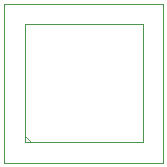
<source format=gbr>
%TF.GenerationSoftware,Novarm,DipTrace,3.3.0.1*%
%TF.CreationDate,2018-11-14T10:14:42-08:00*%
%FSLAX26Y26*%
%MOIN*%
%TF.FileFunction,Drawing,Top*%
%TF.Part,Single*%
%ADD49C,0.001969*%
%ADD50C,0.003937*%
G75*
G01*
%LPD*%
X1219733Y1923860D2*
D49*
Y2453388D1*
X1749260D1*
Y1923860D1*
X1219733D1*
X1287671Y1991798D2*
D50*
Y2385449D1*
X1681322D1*
Y1991798D1*
X1287671D1*
X1307317D2*
X1287671Y2011444D1*
M02*

</source>
